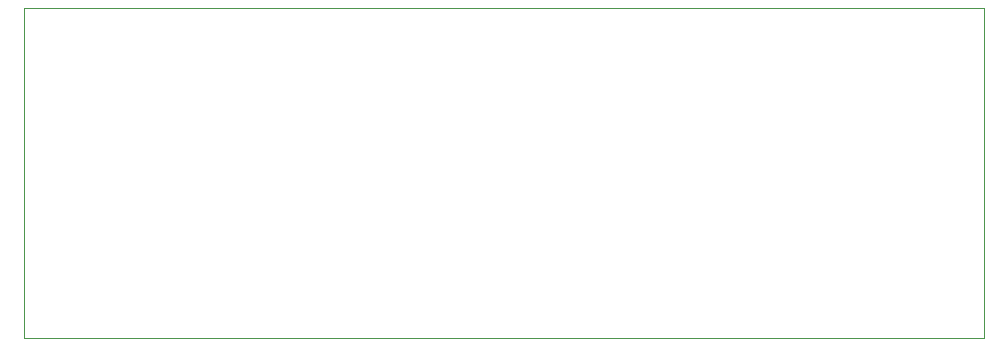
<source format=gbr>
G04 #@! TF.GenerationSoftware,KiCad,Pcbnew,(5.1.8)-1*
G04 #@! TF.CreationDate,2022-10-10T00:41:53+03:00*
G04 #@! TF.ProjectId,AND,414e442e-6b69-4636-9164-5f7063625858,rev?*
G04 #@! TF.SameCoordinates,Original*
G04 #@! TF.FileFunction,Profile,NP*
%FSLAX46Y46*%
G04 Gerber Fmt 4.6, Leading zero omitted, Abs format (unit mm)*
G04 Created by KiCad (PCBNEW (5.1.8)-1) date 2022-10-10 00:41:53*
%MOMM*%
%LPD*%
G01*
G04 APERTURE LIST*
G04 #@! TA.AperFunction,Profile*
%ADD10C,0.050000*%
G04 #@! TD*
G04 APERTURE END LIST*
D10*
X60960000Y-38735000D02*
X60960000Y-66675000D01*
X142240000Y-38735000D02*
X60960000Y-38735000D01*
X142240000Y-66675000D02*
X142240000Y-38735000D01*
X60960000Y-66675000D02*
X142240000Y-66675000D01*
M02*

</source>
